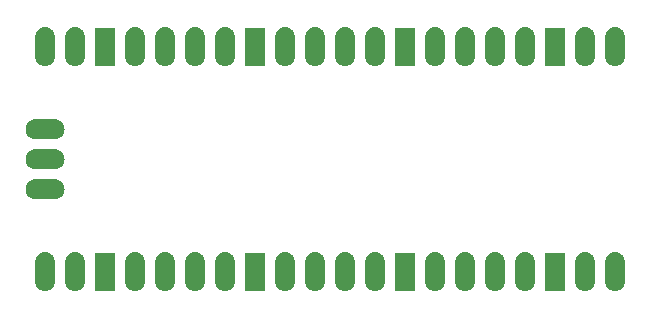
<source format=gbs>
G04 Layer: BottomSolderMaskLayer*
G04 EasyEDA v6.5.20, 2023-08-22 23:15:59*
G04 a67cddfb3fce44daa9051d46cbbcc19f,10*
G04 Gerber Generator version 0.2*
G04 Scale: 100 percent, Rotated: No, Reflected: No *
G04 Dimensions in millimeters *
G04 leading zeros omitted , absolute positions ,4 integer and 5 decimal *
%FSLAX45Y45*%
%MOMM*%

%AMMACRO1*4,1,4,-0.8509,-1.6497,-0.8509,1.6497,0.8509,1.6497,0.8509,-1.6497,-0.8509,-1.6497,0*%
%ADD10MACRO1*%

%LPD*%
G36*
X5813043Y3287521D02*
G01*
X5802629Y3288029D01*
X5792724Y3289807D01*
X5782818Y3292855D01*
X5773420Y3297173D01*
X5764784Y3302507D01*
X5756656Y3308857D01*
X5749290Y3315970D01*
X5742940Y3324097D01*
X5737606Y3332987D01*
X5733541Y3342386D01*
X5730493Y3352037D01*
X5728461Y3362197D01*
X5727954Y3372357D01*
X5727954Y3532631D01*
X5728461Y3542792D01*
X5730493Y3552952D01*
X5733541Y3562604D01*
X5737606Y3572002D01*
X5742940Y3580892D01*
X5749290Y3589020D01*
X5756656Y3596131D01*
X5764784Y3602481D01*
X5773420Y3607815D01*
X5782818Y3612134D01*
X5792724Y3615181D01*
X5802629Y3616960D01*
X5813043Y3617468D01*
X5823204Y3616960D01*
X5833363Y3615181D01*
X5843270Y3612134D01*
X5852413Y3607815D01*
X5861304Y3602481D01*
X5869431Y3596131D01*
X5876543Y3589020D01*
X5882893Y3580892D01*
X5888227Y3572002D01*
X5892545Y3562604D01*
X5895593Y3552952D01*
X5897372Y3542792D01*
X5898134Y3532631D01*
X5898134Y3372357D01*
X5897372Y3362197D01*
X5895593Y3352037D01*
X5892545Y3342386D01*
X5888227Y3332987D01*
X5882893Y3324097D01*
X5876543Y3315970D01*
X5869431Y3308857D01*
X5861304Y3302507D01*
X5852668Y3297173D01*
X5843270Y3292855D01*
X5833363Y3289807D01*
X5823204Y3288029D01*
G37*
G36*
X5559043Y3287521D02*
G01*
X5548629Y3288029D01*
X5538724Y3289807D01*
X5528818Y3292855D01*
X5519420Y3297173D01*
X5510784Y3302507D01*
X5502656Y3308857D01*
X5495290Y3315970D01*
X5488940Y3324097D01*
X5483606Y3332987D01*
X5479541Y3342386D01*
X5476493Y3352037D01*
X5474461Y3362197D01*
X5473954Y3372357D01*
X5473954Y3532631D01*
X5474461Y3542792D01*
X5476493Y3552952D01*
X5479541Y3562604D01*
X5483606Y3572002D01*
X5488940Y3580892D01*
X5495290Y3589020D01*
X5502656Y3596131D01*
X5510784Y3602481D01*
X5519420Y3607815D01*
X5528818Y3612134D01*
X5538724Y3615181D01*
X5548629Y3616960D01*
X5559043Y3617468D01*
X5569204Y3616960D01*
X5579363Y3615181D01*
X5589270Y3612134D01*
X5598413Y3607815D01*
X5607304Y3602481D01*
X5615431Y3596131D01*
X5622543Y3589020D01*
X5628893Y3580892D01*
X5634227Y3572002D01*
X5638545Y3562604D01*
X5641593Y3552952D01*
X5643372Y3542792D01*
X5644134Y3532631D01*
X5644134Y3372357D01*
X5643372Y3362197D01*
X5641593Y3352037D01*
X5638545Y3342386D01*
X5634227Y3332987D01*
X5628893Y3324097D01*
X5622543Y3315970D01*
X5615431Y3308857D01*
X5607304Y3302507D01*
X5598668Y3297173D01*
X5589270Y3292855D01*
X5579363Y3289807D01*
X5569204Y3288029D01*
G37*
D10*
G01*
X5305044Y3452494D03*
G36*
X5051043Y3287521D02*
G01*
X5040629Y3288029D01*
X5030724Y3289807D01*
X5020818Y3292855D01*
X5011420Y3297173D01*
X5002784Y3302507D01*
X4994656Y3308857D01*
X4987290Y3315970D01*
X4980940Y3324097D01*
X4975606Y3332987D01*
X4971541Y3342386D01*
X4968493Y3352037D01*
X4966461Y3362197D01*
X4965954Y3372357D01*
X4965954Y3532631D01*
X4966461Y3542792D01*
X4968493Y3552952D01*
X4971541Y3562604D01*
X4975606Y3572002D01*
X4980940Y3580892D01*
X4987290Y3589020D01*
X4994656Y3596131D01*
X5002784Y3602481D01*
X5011420Y3607815D01*
X5020818Y3612134D01*
X5030724Y3615181D01*
X5040629Y3616960D01*
X5051043Y3617468D01*
X5061204Y3616960D01*
X5071363Y3615181D01*
X5081270Y3612134D01*
X5090413Y3607815D01*
X5099304Y3602481D01*
X5107431Y3596131D01*
X5114543Y3589020D01*
X5120893Y3580892D01*
X5126227Y3572002D01*
X5130545Y3562604D01*
X5133593Y3552952D01*
X5135372Y3542792D01*
X5136134Y3532631D01*
X5136134Y3372357D01*
X5135372Y3362197D01*
X5133593Y3352037D01*
X5130545Y3342386D01*
X5126227Y3332987D01*
X5120893Y3324097D01*
X5114543Y3315970D01*
X5107431Y3308857D01*
X5099304Y3302507D01*
X5090668Y3297173D01*
X5081270Y3292855D01*
X5071363Y3289807D01*
X5061204Y3288029D01*
G37*
G36*
X4797043Y3287521D02*
G01*
X4786629Y3288029D01*
X4776724Y3289807D01*
X4766818Y3292855D01*
X4757420Y3297173D01*
X4748784Y3302507D01*
X4740656Y3308857D01*
X4733290Y3315970D01*
X4726940Y3324097D01*
X4721606Y3332987D01*
X4717541Y3342386D01*
X4714493Y3352037D01*
X4712461Y3362197D01*
X4711954Y3372357D01*
X4711954Y3532631D01*
X4712461Y3542792D01*
X4714493Y3552952D01*
X4717541Y3562604D01*
X4721606Y3572002D01*
X4726940Y3580892D01*
X4733290Y3589020D01*
X4740656Y3596131D01*
X4748784Y3602481D01*
X4757420Y3607815D01*
X4766818Y3612134D01*
X4776724Y3615181D01*
X4786629Y3616960D01*
X4797043Y3617468D01*
X4807204Y3616960D01*
X4817363Y3615181D01*
X4827270Y3612134D01*
X4836413Y3607815D01*
X4845304Y3602481D01*
X4853431Y3596131D01*
X4860543Y3589020D01*
X4866893Y3580892D01*
X4872227Y3572002D01*
X4876545Y3562604D01*
X4879593Y3552952D01*
X4881372Y3542792D01*
X4882134Y3532631D01*
X4882134Y3372357D01*
X4881372Y3362197D01*
X4879593Y3352037D01*
X4876545Y3342386D01*
X4872227Y3332987D01*
X4866893Y3324097D01*
X4860543Y3315970D01*
X4853431Y3308857D01*
X4845304Y3302507D01*
X4836668Y3297173D01*
X4827270Y3292855D01*
X4817363Y3289807D01*
X4807204Y3288029D01*
G37*
G36*
X4543043Y3287521D02*
G01*
X4532629Y3288029D01*
X4522724Y3289807D01*
X4512818Y3292855D01*
X4503420Y3297173D01*
X4494784Y3302507D01*
X4486656Y3308857D01*
X4479290Y3315970D01*
X4472940Y3324097D01*
X4467606Y3332987D01*
X4463541Y3342386D01*
X4460493Y3352037D01*
X4458461Y3362197D01*
X4457954Y3372357D01*
X4457954Y3532631D01*
X4458461Y3542792D01*
X4460493Y3552952D01*
X4463541Y3562604D01*
X4467606Y3572002D01*
X4472940Y3580892D01*
X4479290Y3589020D01*
X4486656Y3596131D01*
X4494784Y3602481D01*
X4503420Y3607815D01*
X4512818Y3612134D01*
X4522724Y3615181D01*
X4532629Y3616960D01*
X4543043Y3617468D01*
X4553204Y3616960D01*
X4563363Y3615181D01*
X4573270Y3612134D01*
X4582413Y3607815D01*
X4591304Y3602481D01*
X4599431Y3596131D01*
X4606543Y3589020D01*
X4612893Y3580892D01*
X4618227Y3572002D01*
X4622545Y3562604D01*
X4625593Y3552952D01*
X4627372Y3542792D01*
X4628134Y3532631D01*
X4628134Y3372357D01*
X4627372Y3362197D01*
X4625593Y3352037D01*
X4622545Y3342386D01*
X4618227Y3332987D01*
X4612893Y3324097D01*
X4606543Y3315970D01*
X4599431Y3308857D01*
X4591304Y3302507D01*
X4582668Y3297173D01*
X4573270Y3292855D01*
X4563363Y3289807D01*
X4553204Y3288029D01*
G37*
G36*
X4289043Y3287521D02*
G01*
X4278629Y3288029D01*
X4268724Y3289807D01*
X4258818Y3292855D01*
X4249420Y3297173D01*
X4240784Y3302507D01*
X4232656Y3308857D01*
X4225290Y3315970D01*
X4218940Y3324097D01*
X4213606Y3332987D01*
X4209541Y3342386D01*
X4206493Y3352037D01*
X4204461Y3362197D01*
X4203954Y3372357D01*
X4203954Y3532631D01*
X4204461Y3542792D01*
X4206493Y3552952D01*
X4209541Y3562604D01*
X4213606Y3572002D01*
X4218940Y3580892D01*
X4225290Y3589020D01*
X4232656Y3596131D01*
X4240784Y3602481D01*
X4249420Y3607815D01*
X4258818Y3612134D01*
X4268724Y3615181D01*
X4278629Y3616960D01*
X4289043Y3617468D01*
X4299204Y3616960D01*
X4309363Y3615181D01*
X4319270Y3612134D01*
X4328413Y3607815D01*
X4337304Y3602481D01*
X4345431Y3596131D01*
X4352543Y3589020D01*
X4358893Y3580892D01*
X4364227Y3572002D01*
X4368545Y3562604D01*
X4371593Y3552952D01*
X4373372Y3542792D01*
X4374134Y3532631D01*
X4374134Y3372357D01*
X4373372Y3362197D01*
X4371593Y3352037D01*
X4368545Y3342386D01*
X4364227Y3332987D01*
X4358893Y3324097D01*
X4352543Y3315970D01*
X4345431Y3308857D01*
X4337304Y3302507D01*
X4328668Y3297173D01*
X4319270Y3292855D01*
X4309363Y3289807D01*
X4299204Y3288029D01*
G37*
G01*
X4035044Y3452494D03*
G36*
X3781043Y3287521D02*
G01*
X3770629Y3288029D01*
X3760724Y3289807D01*
X3750818Y3292855D01*
X3741420Y3297173D01*
X3732784Y3302507D01*
X3724656Y3308857D01*
X3717290Y3315970D01*
X3710940Y3324097D01*
X3705606Y3332987D01*
X3701541Y3342386D01*
X3698493Y3352037D01*
X3696461Y3362197D01*
X3695954Y3372357D01*
X3695954Y3532631D01*
X3696461Y3542792D01*
X3698493Y3552952D01*
X3701541Y3562604D01*
X3705606Y3572002D01*
X3710940Y3580892D01*
X3717290Y3589020D01*
X3724656Y3596131D01*
X3732784Y3602481D01*
X3741420Y3607815D01*
X3750818Y3612134D01*
X3760724Y3615181D01*
X3770629Y3616960D01*
X3781043Y3617468D01*
X3791204Y3616960D01*
X3801363Y3615181D01*
X3811270Y3612134D01*
X3820413Y3607815D01*
X3829304Y3602481D01*
X3837431Y3596131D01*
X3844543Y3589020D01*
X3850893Y3580892D01*
X3856227Y3572002D01*
X3860545Y3562604D01*
X3863593Y3552952D01*
X3865372Y3542792D01*
X3866134Y3532631D01*
X3866134Y3372357D01*
X3865372Y3362197D01*
X3863593Y3352037D01*
X3860545Y3342386D01*
X3856227Y3332987D01*
X3850893Y3324097D01*
X3844543Y3315970D01*
X3837431Y3308857D01*
X3829304Y3302507D01*
X3820668Y3297173D01*
X3811270Y3292855D01*
X3801363Y3289807D01*
X3791204Y3288029D01*
G37*
G36*
X3527043Y3287521D02*
G01*
X3516629Y3288029D01*
X3506724Y3289807D01*
X3496818Y3292855D01*
X3487420Y3297173D01*
X3478784Y3302507D01*
X3470656Y3308857D01*
X3463290Y3315970D01*
X3456940Y3324097D01*
X3451606Y3332987D01*
X3447541Y3342386D01*
X3444493Y3352037D01*
X3442461Y3362197D01*
X3441954Y3372357D01*
X3441954Y3532631D01*
X3442461Y3542792D01*
X3444493Y3552952D01*
X3447541Y3562604D01*
X3451606Y3572002D01*
X3456940Y3580892D01*
X3463290Y3589020D01*
X3470656Y3596131D01*
X3478784Y3602481D01*
X3487420Y3607815D01*
X3496818Y3612134D01*
X3506724Y3615181D01*
X3516629Y3616960D01*
X3527043Y3617468D01*
X3537204Y3616960D01*
X3547363Y3615181D01*
X3557270Y3612134D01*
X3566413Y3607815D01*
X3575304Y3602481D01*
X3583431Y3596131D01*
X3590543Y3589020D01*
X3596893Y3580892D01*
X3602227Y3572002D01*
X3606545Y3562604D01*
X3609593Y3552952D01*
X3611372Y3542792D01*
X3612134Y3532631D01*
X3612134Y3372357D01*
X3611372Y3362197D01*
X3609593Y3352037D01*
X3606545Y3342386D01*
X3602227Y3332987D01*
X3596893Y3324097D01*
X3590543Y3315970D01*
X3583431Y3308857D01*
X3575304Y3302507D01*
X3566668Y3297173D01*
X3557270Y3292855D01*
X3547363Y3289807D01*
X3537204Y3288029D01*
G37*
G36*
X3273043Y3287521D02*
G01*
X3262629Y3288029D01*
X3252724Y3289807D01*
X3242818Y3292855D01*
X3233420Y3297173D01*
X3224784Y3302507D01*
X3216656Y3308857D01*
X3209290Y3315970D01*
X3202940Y3324097D01*
X3197606Y3332987D01*
X3193541Y3342386D01*
X3190493Y3352037D01*
X3188461Y3362197D01*
X3187954Y3372357D01*
X3187954Y3532631D01*
X3188461Y3542792D01*
X3190493Y3552952D01*
X3193541Y3562604D01*
X3197606Y3572002D01*
X3202940Y3580892D01*
X3209290Y3589020D01*
X3216656Y3596131D01*
X3224784Y3602481D01*
X3233420Y3607815D01*
X3242818Y3612134D01*
X3252724Y3615181D01*
X3262629Y3616960D01*
X3273043Y3617468D01*
X3283204Y3616960D01*
X3293363Y3615181D01*
X3303270Y3612134D01*
X3312413Y3607815D01*
X3321304Y3602481D01*
X3329431Y3596131D01*
X3336797Y3589020D01*
X3342893Y3580892D01*
X3348227Y3572002D01*
X3352545Y3562604D01*
X3355593Y3552952D01*
X3357372Y3542792D01*
X3358134Y3532631D01*
X3358134Y3372357D01*
X3357372Y3362197D01*
X3355593Y3352037D01*
X3352545Y3342386D01*
X3348227Y3332987D01*
X3342893Y3324097D01*
X3336797Y3315970D01*
X3329431Y3308857D01*
X3321304Y3302507D01*
X3312668Y3297173D01*
X3303270Y3292855D01*
X3293363Y3289807D01*
X3283204Y3288029D01*
G37*
G36*
X3019043Y3287521D02*
G01*
X3008629Y3288029D01*
X2998724Y3289807D01*
X2988818Y3292855D01*
X2979420Y3297173D01*
X2970784Y3302507D01*
X2962656Y3308857D01*
X2955290Y3315970D01*
X2948940Y3324097D01*
X2943606Y3332987D01*
X2939541Y3342386D01*
X2936493Y3352037D01*
X2934461Y3362197D01*
X2933954Y3372357D01*
X2933954Y3532631D01*
X2934461Y3542792D01*
X2936493Y3552952D01*
X2939541Y3562604D01*
X2943606Y3572002D01*
X2948940Y3580892D01*
X2955290Y3589020D01*
X2962656Y3596131D01*
X2970784Y3602481D01*
X2979420Y3607815D01*
X2988818Y3612134D01*
X2998724Y3615181D01*
X3008629Y3616960D01*
X3019043Y3617468D01*
X3029204Y3616960D01*
X3039363Y3615181D01*
X3049270Y3612134D01*
X3058413Y3607815D01*
X3067304Y3602481D01*
X3075431Y3596131D01*
X3082797Y3589020D01*
X3088893Y3580892D01*
X3094227Y3572002D01*
X3098545Y3562604D01*
X3101593Y3552952D01*
X3103372Y3542792D01*
X3104134Y3532631D01*
X3104134Y3372357D01*
X3103372Y3362197D01*
X3101593Y3352037D01*
X3098545Y3342386D01*
X3094227Y3332987D01*
X3088893Y3324097D01*
X3082797Y3315970D01*
X3075431Y3308857D01*
X3067304Y3302507D01*
X3058668Y3297173D01*
X3049270Y3292855D01*
X3039363Y3289807D01*
X3029204Y3288029D01*
G37*
G01*
X2765044Y3452494D03*
G36*
X2511043Y3287521D02*
G01*
X2500629Y3288029D01*
X2490724Y3289807D01*
X2480818Y3292855D01*
X2471420Y3297173D01*
X2462784Y3302507D01*
X2454656Y3308857D01*
X2447290Y3315970D01*
X2440940Y3324097D01*
X2435606Y3332987D01*
X2431541Y3342386D01*
X2428493Y3352037D01*
X2426461Y3362197D01*
X2425954Y3372357D01*
X2425954Y3532631D01*
X2426461Y3542792D01*
X2428493Y3552952D01*
X2431541Y3562604D01*
X2435606Y3572002D01*
X2440940Y3580892D01*
X2447290Y3589020D01*
X2454656Y3596131D01*
X2462784Y3602481D01*
X2471420Y3607815D01*
X2480818Y3612134D01*
X2490724Y3615181D01*
X2500629Y3616960D01*
X2511043Y3617468D01*
X2521204Y3616960D01*
X2531363Y3615181D01*
X2541270Y3612134D01*
X2550413Y3607815D01*
X2559304Y3602481D01*
X2567431Y3596131D01*
X2574797Y3589020D01*
X2580893Y3580892D01*
X2586227Y3572002D01*
X2590545Y3562604D01*
X2593593Y3552952D01*
X2595372Y3542792D01*
X2596134Y3532631D01*
X2596134Y3372357D01*
X2595372Y3362197D01*
X2593593Y3352037D01*
X2590545Y3342386D01*
X2586227Y3332987D01*
X2580893Y3324097D01*
X2574797Y3315970D01*
X2567431Y3308857D01*
X2559304Y3302507D01*
X2550668Y3297173D01*
X2541270Y3292855D01*
X2531363Y3289807D01*
X2521204Y3288029D01*
G37*
G36*
X2257043Y3287521D02*
G01*
X2246629Y3288029D01*
X2236724Y3289807D01*
X2226818Y3292855D01*
X2217420Y3297173D01*
X2208529Y3302507D01*
X2200656Y3308857D01*
X2193290Y3315970D01*
X2186940Y3324097D01*
X2181606Y3332987D01*
X2177541Y3342386D01*
X2174493Y3352037D01*
X2172461Y3362197D01*
X2171954Y3372357D01*
X2171954Y3532631D01*
X2172461Y3542792D01*
X2174493Y3552952D01*
X2177541Y3562604D01*
X2181606Y3572002D01*
X2186940Y3580892D01*
X2193290Y3589020D01*
X2200656Y3596131D01*
X2208784Y3602481D01*
X2217420Y3607815D01*
X2226818Y3612134D01*
X2236724Y3615181D01*
X2246629Y3616960D01*
X2257043Y3617468D01*
X2267204Y3616960D01*
X2277363Y3615181D01*
X2287270Y3612134D01*
X2296413Y3607815D01*
X2305304Y3602481D01*
X2313431Y3596131D01*
X2320797Y3589020D01*
X2326893Y3580892D01*
X2332227Y3572002D01*
X2336545Y3562604D01*
X2339593Y3552952D01*
X2341372Y3542792D01*
X2342134Y3532631D01*
X2342134Y3372357D01*
X2341372Y3362197D01*
X2339593Y3352037D01*
X2336545Y3342386D01*
X2332227Y3332987D01*
X2326893Y3324097D01*
X2320797Y3315970D01*
X2313431Y3308857D01*
X2305304Y3302507D01*
X2296668Y3297173D01*
X2287270Y3292855D01*
X2277363Y3289807D01*
X2267204Y3288029D01*
G37*
G36*
X2003043Y3287521D02*
G01*
X1992629Y3288029D01*
X1982724Y3289807D01*
X1972818Y3292855D01*
X1963420Y3297173D01*
X1954529Y3302507D01*
X1946656Y3308857D01*
X1939290Y3315970D01*
X1932940Y3324097D01*
X1927605Y3332987D01*
X1923542Y3342386D01*
X1920494Y3352037D01*
X1918462Y3362197D01*
X1917954Y3372357D01*
X1917954Y3532631D01*
X1918462Y3542792D01*
X1920494Y3552952D01*
X1923542Y3562604D01*
X1927605Y3572002D01*
X1932940Y3580892D01*
X1939290Y3589020D01*
X1946656Y3596131D01*
X1954784Y3602481D01*
X1963420Y3607815D01*
X1972818Y3612134D01*
X1982724Y3615181D01*
X1992629Y3616960D01*
X2003043Y3617468D01*
X2013204Y3616960D01*
X2023363Y3615181D01*
X2033270Y3612134D01*
X2042413Y3607815D01*
X2051304Y3602481D01*
X2059431Y3596131D01*
X2066797Y3589020D01*
X2072893Y3580892D01*
X2078227Y3572002D01*
X2082545Y3562604D01*
X2085593Y3552952D01*
X2087372Y3542792D01*
X2088134Y3532631D01*
X2088134Y3372357D01*
X2087372Y3362197D01*
X2085593Y3352037D01*
X2082545Y3342386D01*
X2078227Y3332987D01*
X2072893Y3324097D01*
X2066797Y3315970D01*
X2059431Y3308857D01*
X2051304Y3302507D01*
X2042668Y3297173D01*
X2033270Y3292855D01*
X2023363Y3289807D01*
X2013204Y3288029D01*
G37*
G36*
X1749044Y3287521D02*
G01*
X1738629Y3288029D01*
X1728723Y3289807D01*
X1718818Y3292855D01*
X1709420Y3297173D01*
X1700529Y3302507D01*
X1692655Y3308857D01*
X1685289Y3315970D01*
X1678939Y3324097D01*
X1673605Y3332987D01*
X1669542Y3342386D01*
X1666494Y3352037D01*
X1664462Y3362197D01*
X1663954Y3372357D01*
X1663954Y3532631D01*
X1664462Y3542792D01*
X1666494Y3552952D01*
X1669542Y3562604D01*
X1673605Y3572002D01*
X1678939Y3580892D01*
X1685289Y3589020D01*
X1692655Y3596131D01*
X1700784Y3602481D01*
X1709420Y3607815D01*
X1718818Y3612134D01*
X1728723Y3615181D01*
X1738629Y3616960D01*
X1749044Y3617468D01*
X1759204Y3616960D01*
X1769363Y3615181D01*
X1779270Y3612134D01*
X1788413Y3607815D01*
X1797304Y3602481D01*
X1805431Y3596131D01*
X1812797Y3589020D01*
X1818894Y3580892D01*
X1824228Y3572002D01*
X1828545Y3562604D01*
X1831594Y3552952D01*
X1833371Y3542792D01*
X1834134Y3532631D01*
X1834134Y3372357D01*
X1833371Y3362197D01*
X1831594Y3352037D01*
X1828545Y3342386D01*
X1824228Y3332987D01*
X1818894Y3324097D01*
X1812797Y3315970D01*
X1805431Y3308857D01*
X1797304Y3302507D01*
X1788668Y3297173D01*
X1779270Y3292855D01*
X1769363Y3289807D01*
X1759204Y3288029D01*
G37*
G01*
X1495044Y3452494D03*
G36*
X1241044Y3287521D02*
G01*
X1230884Y3288029D01*
X1220723Y3289807D01*
X1210818Y3292855D01*
X1201420Y3297173D01*
X1192529Y3302507D01*
X1184655Y3308857D01*
X1177289Y3315970D01*
X1170939Y3324097D01*
X1165605Y3332987D01*
X1161542Y3342386D01*
X1158494Y3352037D01*
X1156462Y3362197D01*
X1155954Y3372357D01*
X1155954Y3532631D01*
X1156462Y3542792D01*
X1158494Y3552952D01*
X1161542Y3562604D01*
X1165605Y3572002D01*
X1170939Y3580892D01*
X1177289Y3589020D01*
X1184655Y3596131D01*
X1192784Y3602481D01*
X1201420Y3607815D01*
X1210818Y3612134D01*
X1220723Y3615181D01*
X1230884Y3616960D01*
X1241044Y3617468D01*
X1251204Y3616960D01*
X1261363Y3615181D01*
X1271270Y3612134D01*
X1280413Y3607815D01*
X1289304Y3602481D01*
X1297431Y3596131D01*
X1304797Y3589020D01*
X1310894Y3580892D01*
X1316228Y3572002D01*
X1320545Y3562604D01*
X1323594Y3552952D01*
X1325371Y3542792D01*
X1326134Y3532631D01*
X1326134Y3372357D01*
X1325371Y3362197D01*
X1323594Y3352037D01*
X1320545Y3342386D01*
X1316228Y3332987D01*
X1310894Y3324097D01*
X1304797Y3315970D01*
X1297431Y3308857D01*
X1289304Y3302507D01*
X1280668Y3297173D01*
X1271270Y3292855D01*
X1261363Y3289807D01*
X1251204Y3288029D01*
G37*
G36*
X987044Y3287521D02*
G01*
X976884Y3288029D01*
X966723Y3289807D01*
X956818Y3292855D01*
X947420Y3297173D01*
X938529Y3302507D01*
X930655Y3308857D01*
X923289Y3315970D01*
X916939Y3324097D01*
X911605Y3332987D01*
X907542Y3342386D01*
X904494Y3352037D01*
X902462Y3362197D01*
X901954Y3372357D01*
X901954Y3532631D01*
X902462Y3542792D01*
X904494Y3552952D01*
X907542Y3562604D01*
X911605Y3572002D01*
X916939Y3580892D01*
X923289Y3589020D01*
X930655Y3596131D01*
X938784Y3602481D01*
X947420Y3607815D01*
X956818Y3612134D01*
X966723Y3615181D01*
X976884Y3616960D01*
X987044Y3617468D01*
X997204Y3616960D01*
X1007363Y3615181D01*
X1017270Y3612134D01*
X1026413Y3607815D01*
X1035304Y3602481D01*
X1043431Y3596131D01*
X1050797Y3589020D01*
X1056894Y3580892D01*
X1062228Y3572002D01*
X1066545Y3562604D01*
X1069594Y3552952D01*
X1071371Y3542792D01*
X1072134Y3532631D01*
X1072134Y3372357D01*
X1071371Y3362197D01*
X1069594Y3352037D01*
X1066545Y3342386D01*
X1062228Y3332987D01*
X1056894Y3324097D01*
X1050797Y3315970D01*
X1043431Y3308857D01*
X1035304Y3302507D01*
X1026668Y3297173D01*
X1017270Y3292855D01*
X1007363Y3289807D01*
X997204Y3288029D01*
G37*
G36*
X987044Y1382521D02*
G01*
X976884Y1383029D01*
X966723Y1384807D01*
X956818Y1387855D01*
X947420Y1392173D01*
X938784Y1397507D01*
X930655Y1403857D01*
X923289Y1410970D01*
X916939Y1419097D01*
X911605Y1427987D01*
X907542Y1437386D01*
X904494Y1447037D01*
X902462Y1457197D01*
X901954Y1467357D01*
X901954Y1627631D01*
X902462Y1637792D01*
X904494Y1647952D01*
X907542Y1657604D01*
X911605Y1667002D01*
X916939Y1675892D01*
X923289Y1684020D01*
X930655Y1691131D01*
X938529Y1697481D01*
X947420Y1702815D01*
X956818Y1707134D01*
X966723Y1710181D01*
X976884Y1711960D01*
X987044Y1712468D01*
X997204Y1711960D01*
X1007363Y1710181D01*
X1017270Y1707134D01*
X1026668Y1702815D01*
X1035304Y1697481D01*
X1043431Y1691131D01*
X1050797Y1684020D01*
X1056894Y1675892D01*
X1062228Y1667002D01*
X1066545Y1657604D01*
X1069594Y1647952D01*
X1071371Y1637792D01*
X1072134Y1627631D01*
X1072134Y1467357D01*
X1071371Y1457197D01*
X1069594Y1447037D01*
X1066545Y1437386D01*
X1062228Y1427987D01*
X1056894Y1419097D01*
X1050797Y1410970D01*
X1043431Y1403857D01*
X1035304Y1397507D01*
X1026413Y1392173D01*
X1017270Y1387855D01*
X1007363Y1384807D01*
X997204Y1383029D01*
G37*
G36*
X1241044Y1382521D02*
G01*
X1230884Y1383029D01*
X1220723Y1384807D01*
X1210818Y1387855D01*
X1201420Y1392173D01*
X1192784Y1397507D01*
X1184655Y1403857D01*
X1177289Y1410970D01*
X1170939Y1419097D01*
X1165605Y1427987D01*
X1161542Y1437386D01*
X1158494Y1447037D01*
X1156462Y1457197D01*
X1155954Y1467357D01*
X1155954Y1627631D01*
X1156462Y1637792D01*
X1158494Y1647952D01*
X1161542Y1657604D01*
X1165605Y1667002D01*
X1170939Y1675892D01*
X1177289Y1684020D01*
X1184655Y1691131D01*
X1192529Y1697481D01*
X1201420Y1702815D01*
X1210818Y1707134D01*
X1220723Y1710181D01*
X1230884Y1711960D01*
X1241044Y1712468D01*
X1251204Y1711960D01*
X1261363Y1710181D01*
X1271270Y1707134D01*
X1280668Y1702815D01*
X1289304Y1697481D01*
X1297431Y1691131D01*
X1304797Y1684020D01*
X1310894Y1675892D01*
X1316228Y1667002D01*
X1320545Y1657604D01*
X1323594Y1647952D01*
X1325371Y1637792D01*
X1326134Y1627631D01*
X1326134Y1467357D01*
X1325371Y1457197D01*
X1323594Y1447037D01*
X1320545Y1437386D01*
X1316228Y1427987D01*
X1310894Y1419097D01*
X1304797Y1410970D01*
X1297431Y1403857D01*
X1289304Y1397507D01*
X1280413Y1392173D01*
X1271270Y1387855D01*
X1261363Y1384807D01*
X1251204Y1383029D01*
G37*
G01*
X1495044Y1547494D03*
G36*
X1749044Y1382521D02*
G01*
X1738629Y1383029D01*
X1728723Y1384807D01*
X1718818Y1387855D01*
X1709420Y1392173D01*
X1700784Y1397507D01*
X1692655Y1403857D01*
X1685289Y1410970D01*
X1678939Y1419097D01*
X1673605Y1427987D01*
X1669542Y1437386D01*
X1666494Y1447037D01*
X1664462Y1457197D01*
X1663954Y1467357D01*
X1663954Y1627631D01*
X1664462Y1637792D01*
X1666494Y1647952D01*
X1669542Y1657604D01*
X1673605Y1667002D01*
X1678939Y1675892D01*
X1685289Y1684020D01*
X1692655Y1691131D01*
X1700529Y1697481D01*
X1709420Y1702815D01*
X1718818Y1707134D01*
X1728723Y1710181D01*
X1738629Y1711960D01*
X1749044Y1712468D01*
X1759204Y1711960D01*
X1769363Y1710181D01*
X1779270Y1707134D01*
X1788668Y1702815D01*
X1797304Y1697481D01*
X1805431Y1691131D01*
X1812797Y1684020D01*
X1818894Y1675892D01*
X1824228Y1667002D01*
X1828545Y1657604D01*
X1831594Y1647952D01*
X1833371Y1637792D01*
X1834134Y1627631D01*
X1834134Y1467357D01*
X1833371Y1457197D01*
X1831594Y1447037D01*
X1828545Y1437386D01*
X1824228Y1427987D01*
X1818894Y1419097D01*
X1812797Y1410970D01*
X1805431Y1403857D01*
X1797304Y1397507D01*
X1788413Y1392173D01*
X1779270Y1387855D01*
X1769363Y1384807D01*
X1759204Y1383029D01*
G37*
G36*
X2003043Y1382521D02*
G01*
X1992629Y1383029D01*
X1982724Y1384807D01*
X1972818Y1387855D01*
X1963420Y1392173D01*
X1954784Y1397507D01*
X1946656Y1403857D01*
X1939290Y1410970D01*
X1932940Y1419097D01*
X1927605Y1427987D01*
X1923542Y1437386D01*
X1920494Y1447037D01*
X1918462Y1457197D01*
X1917954Y1467357D01*
X1917954Y1627631D01*
X1918462Y1637792D01*
X1920494Y1647952D01*
X1923542Y1657604D01*
X1927605Y1667002D01*
X1932940Y1675892D01*
X1939290Y1684020D01*
X1946656Y1691131D01*
X1954529Y1697481D01*
X1963420Y1702815D01*
X1972818Y1707134D01*
X1982724Y1710181D01*
X1992629Y1711960D01*
X2003043Y1712468D01*
X2013204Y1711960D01*
X2023363Y1710181D01*
X2033270Y1707134D01*
X2042668Y1702815D01*
X2051304Y1697481D01*
X2059431Y1691131D01*
X2066797Y1684020D01*
X2072893Y1675892D01*
X2078227Y1667002D01*
X2082545Y1657604D01*
X2085593Y1647952D01*
X2087372Y1637792D01*
X2088134Y1627631D01*
X2088134Y1467357D01*
X2087372Y1457197D01*
X2085593Y1447037D01*
X2082545Y1437386D01*
X2078227Y1427987D01*
X2072893Y1419097D01*
X2066797Y1410970D01*
X2059431Y1403857D01*
X2051304Y1397507D01*
X2042413Y1392173D01*
X2033270Y1387855D01*
X2023363Y1384807D01*
X2013204Y1383029D01*
G37*
G36*
X2257043Y1382521D02*
G01*
X2246629Y1383029D01*
X2236724Y1384807D01*
X2226818Y1387855D01*
X2217420Y1392173D01*
X2208784Y1397507D01*
X2200656Y1403857D01*
X2193290Y1410970D01*
X2186940Y1419097D01*
X2181606Y1427987D01*
X2177541Y1437386D01*
X2174493Y1447037D01*
X2172461Y1457197D01*
X2171954Y1467357D01*
X2171954Y1627631D01*
X2172461Y1637792D01*
X2174493Y1647952D01*
X2177541Y1657604D01*
X2181606Y1667002D01*
X2186940Y1675892D01*
X2193290Y1684020D01*
X2200656Y1691131D01*
X2208529Y1697481D01*
X2217420Y1702815D01*
X2226818Y1707134D01*
X2236724Y1710181D01*
X2246629Y1711960D01*
X2257043Y1712468D01*
X2267204Y1711960D01*
X2277363Y1710181D01*
X2287270Y1707134D01*
X2296668Y1702815D01*
X2305304Y1697481D01*
X2313431Y1691131D01*
X2320797Y1684020D01*
X2326893Y1675892D01*
X2332227Y1667002D01*
X2336545Y1657604D01*
X2339593Y1647952D01*
X2341372Y1637792D01*
X2342134Y1627631D01*
X2342134Y1467357D01*
X2341372Y1457197D01*
X2339593Y1447037D01*
X2336545Y1437386D01*
X2332227Y1427987D01*
X2326893Y1419097D01*
X2320797Y1410970D01*
X2313431Y1403857D01*
X2305304Y1397507D01*
X2296413Y1392173D01*
X2287270Y1387855D01*
X2277363Y1384807D01*
X2267204Y1383029D01*
G37*
G36*
X2511043Y1382521D02*
G01*
X2500629Y1383029D01*
X2490724Y1384807D01*
X2480818Y1387855D01*
X2471420Y1392173D01*
X2462784Y1397507D01*
X2454656Y1403857D01*
X2447290Y1410970D01*
X2440940Y1419097D01*
X2435606Y1427987D01*
X2431541Y1437386D01*
X2428493Y1447037D01*
X2426461Y1457197D01*
X2425954Y1467357D01*
X2425954Y1627631D01*
X2426461Y1637792D01*
X2428493Y1647952D01*
X2431541Y1657604D01*
X2435606Y1667002D01*
X2440940Y1675892D01*
X2447290Y1684020D01*
X2454656Y1691131D01*
X2462784Y1697481D01*
X2471420Y1702815D01*
X2480818Y1707134D01*
X2490724Y1710181D01*
X2500629Y1711960D01*
X2511043Y1712468D01*
X2521204Y1711960D01*
X2531363Y1710181D01*
X2541270Y1707134D01*
X2550668Y1702815D01*
X2559304Y1697481D01*
X2567431Y1691131D01*
X2574797Y1684020D01*
X2580893Y1675892D01*
X2586227Y1667002D01*
X2590545Y1657604D01*
X2593593Y1647952D01*
X2595372Y1637792D01*
X2596134Y1627631D01*
X2596134Y1467357D01*
X2595372Y1457197D01*
X2593593Y1447037D01*
X2590545Y1437386D01*
X2586227Y1427987D01*
X2580893Y1419097D01*
X2574797Y1410970D01*
X2567431Y1403857D01*
X2559304Y1397507D01*
X2550413Y1392173D01*
X2541270Y1387855D01*
X2531363Y1384807D01*
X2521204Y1383029D01*
G37*
G01*
X2765044Y1547494D03*
G36*
X3019043Y1382521D02*
G01*
X3008629Y1383029D01*
X2998724Y1384807D01*
X2988818Y1387855D01*
X2979420Y1392173D01*
X2970784Y1397507D01*
X2962656Y1403857D01*
X2955290Y1410970D01*
X2948940Y1419097D01*
X2943606Y1427987D01*
X2939541Y1437386D01*
X2936493Y1447037D01*
X2934461Y1457197D01*
X2933954Y1467357D01*
X2933954Y1627631D01*
X2934461Y1637792D01*
X2936493Y1647952D01*
X2939541Y1657604D01*
X2943606Y1667002D01*
X2948940Y1675892D01*
X2955290Y1684020D01*
X2962656Y1691131D01*
X2970784Y1697481D01*
X2979420Y1702815D01*
X2988818Y1707134D01*
X2998724Y1710181D01*
X3008629Y1711960D01*
X3019043Y1712468D01*
X3029204Y1711960D01*
X3039363Y1710181D01*
X3049270Y1707134D01*
X3058668Y1702815D01*
X3067304Y1697481D01*
X3075431Y1691131D01*
X3082797Y1684020D01*
X3088893Y1675892D01*
X3094227Y1667002D01*
X3098545Y1657604D01*
X3101593Y1647952D01*
X3103372Y1637792D01*
X3104134Y1627631D01*
X3104134Y1467357D01*
X3103372Y1457197D01*
X3101593Y1447037D01*
X3098545Y1437386D01*
X3094227Y1427987D01*
X3088893Y1419097D01*
X3082797Y1410970D01*
X3075431Y1403857D01*
X3067304Y1397507D01*
X3058413Y1392173D01*
X3049270Y1387855D01*
X3039363Y1384807D01*
X3029204Y1383029D01*
G37*
G36*
X3273043Y1382521D02*
G01*
X3262629Y1383029D01*
X3252724Y1384807D01*
X3242818Y1387855D01*
X3233420Y1392173D01*
X3224784Y1397507D01*
X3216656Y1403857D01*
X3209290Y1410970D01*
X3202940Y1419097D01*
X3197606Y1427987D01*
X3193541Y1437386D01*
X3190493Y1447037D01*
X3188461Y1457197D01*
X3187954Y1467357D01*
X3187954Y1627631D01*
X3188461Y1637792D01*
X3190493Y1647952D01*
X3193541Y1657604D01*
X3197606Y1667002D01*
X3202940Y1675892D01*
X3209290Y1684020D01*
X3216656Y1691131D01*
X3224784Y1697481D01*
X3233420Y1702815D01*
X3242818Y1707134D01*
X3252724Y1710181D01*
X3262629Y1711960D01*
X3273043Y1712468D01*
X3283204Y1711960D01*
X3293363Y1710181D01*
X3303270Y1707134D01*
X3312668Y1702815D01*
X3321304Y1697481D01*
X3329431Y1691131D01*
X3336797Y1684020D01*
X3342893Y1675892D01*
X3348227Y1667002D01*
X3352545Y1657604D01*
X3355593Y1647952D01*
X3357372Y1637792D01*
X3358134Y1627631D01*
X3358134Y1467357D01*
X3357372Y1457197D01*
X3355593Y1447037D01*
X3352545Y1437386D01*
X3348227Y1427987D01*
X3342893Y1419097D01*
X3336797Y1410970D01*
X3329431Y1403857D01*
X3321304Y1397507D01*
X3312413Y1392173D01*
X3303270Y1387855D01*
X3293363Y1384807D01*
X3283204Y1383029D01*
G37*
G36*
X3527043Y1382521D02*
G01*
X3516629Y1383029D01*
X3506724Y1384807D01*
X3496818Y1387855D01*
X3487420Y1392173D01*
X3478784Y1397507D01*
X3470656Y1403857D01*
X3463290Y1410970D01*
X3456940Y1419097D01*
X3451606Y1427987D01*
X3447541Y1437386D01*
X3444493Y1447037D01*
X3442461Y1457197D01*
X3441954Y1467357D01*
X3441954Y1627631D01*
X3442461Y1637792D01*
X3444493Y1647952D01*
X3447541Y1657604D01*
X3451606Y1667002D01*
X3456940Y1675892D01*
X3463290Y1684020D01*
X3470656Y1691131D01*
X3478784Y1697481D01*
X3487420Y1702815D01*
X3496818Y1707134D01*
X3506724Y1710181D01*
X3516629Y1711960D01*
X3527043Y1712468D01*
X3537204Y1711960D01*
X3547363Y1710181D01*
X3557270Y1707134D01*
X3566668Y1702815D01*
X3575304Y1697481D01*
X3583431Y1691131D01*
X3590543Y1684020D01*
X3596893Y1675892D01*
X3602227Y1667002D01*
X3606545Y1657604D01*
X3609593Y1647952D01*
X3611372Y1637792D01*
X3612134Y1627631D01*
X3612134Y1467357D01*
X3611372Y1457197D01*
X3609593Y1447037D01*
X3606545Y1437386D01*
X3602227Y1427987D01*
X3596893Y1419097D01*
X3590543Y1410970D01*
X3583431Y1403857D01*
X3575304Y1397507D01*
X3566413Y1392173D01*
X3557270Y1387855D01*
X3547363Y1384807D01*
X3537204Y1383029D01*
G37*
G36*
X3781043Y1382521D02*
G01*
X3770629Y1383029D01*
X3760724Y1384807D01*
X3750818Y1387855D01*
X3741420Y1392173D01*
X3732784Y1397507D01*
X3724656Y1403857D01*
X3717290Y1410970D01*
X3710940Y1419097D01*
X3705606Y1427987D01*
X3701541Y1437386D01*
X3698493Y1447037D01*
X3696461Y1457197D01*
X3695954Y1467357D01*
X3695954Y1627631D01*
X3696461Y1637792D01*
X3698493Y1647952D01*
X3701541Y1657604D01*
X3705606Y1667002D01*
X3710940Y1675892D01*
X3717290Y1684020D01*
X3724656Y1691131D01*
X3732784Y1697481D01*
X3741420Y1702815D01*
X3750818Y1707134D01*
X3760724Y1710181D01*
X3770629Y1711960D01*
X3781043Y1712468D01*
X3791204Y1711960D01*
X3801363Y1710181D01*
X3811270Y1707134D01*
X3820668Y1702815D01*
X3829304Y1697481D01*
X3837431Y1691131D01*
X3844543Y1684020D01*
X3850893Y1675892D01*
X3856227Y1667002D01*
X3860545Y1657604D01*
X3863593Y1647952D01*
X3865372Y1637792D01*
X3866134Y1627631D01*
X3866134Y1467357D01*
X3865372Y1457197D01*
X3863593Y1447037D01*
X3860545Y1437386D01*
X3856227Y1427987D01*
X3850893Y1419097D01*
X3844543Y1410970D01*
X3837431Y1403857D01*
X3829304Y1397507D01*
X3820413Y1392173D01*
X3811270Y1387855D01*
X3801363Y1384807D01*
X3791204Y1383029D01*
G37*
G01*
X4035044Y1547494D03*
G36*
X4289043Y1382521D02*
G01*
X4278629Y1383029D01*
X4268724Y1384807D01*
X4258818Y1387855D01*
X4249420Y1392173D01*
X4240784Y1397507D01*
X4232656Y1403857D01*
X4225290Y1410970D01*
X4218940Y1419097D01*
X4213606Y1427987D01*
X4209541Y1437386D01*
X4206493Y1447037D01*
X4204461Y1457197D01*
X4203954Y1467357D01*
X4203954Y1627631D01*
X4204461Y1637792D01*
X4206493Y1647952D01*
X4209541Y1657604D01*
X4213606Y1667002D01*
X4218940Y1675892D01*
X4225290Y1684020D01*
X4232656Y1691131D01*
X4240784Y1697481D01*
X4249420Y1702815D01*
X4258818Y1707134D01*
X4268724Y1710181D01*
X4278629Y1711960D01*
X4289043Y1712468D01*
X4299204Y1711960D01*
X4309363Y1710181D01*
X4319270Y1707134D01*
X4328668Y1702815D01*
X4337304Y1697481D01*
X4345431Y1691131D01*
X4352543Y1684020D01*
X4358893Y1675892D01*
X4364227Y1667002D01*
X4368545Y1657604D01*
X4371593Y1647952D01*
X4373372Y1637792D01*
X4374134Y1627631D01*
X4374134Y1467357D01*
X4373372Y1457197D01*
X4371593Y1447037D01*
X4368545Y1437386D01*
X4364227Y1427987D01*
X4358893Y1419097D01*
X4352543Y1410970D01*
X4345431Y1403857D01*
X4337304Y1397507D01*
X4328413Y1392173D01*
X4319270Y1387855D01*
X4309363Y1384807D01*
X4299204Y1383029D01*
G37*
G36*
X4543043Y1382521D02*
G01*
X4532629Y1383029D01*
X4522724Y1384807D01*
X4512818Y1387855D01*
X4503420Y1392173D01*
X4494784Y1397507D01*
X4486656Y1403857D01*
X4479290Y1410970D01*
X4472940Y1419097D01*
X4467606Y1427987D01*
X4463541Y1437386D01*
X4460493Y1447037D01*
X4458461Y1457197D01*
X4457954Y1467357D01*
X4457954Y1627631D01*
X4458461Y1637792D01*
X4460493Y1647952D01*
X4463541Y1657604D01*
X4467606Y1667002D01*
X4472940Y1675892D01*
X4479290Y1684020D01*
X4486656Y1691131D01*
X4494784Y1697481D01*
X4503420Y1702815D01*
X4512818Y1707134D01*
X4522724Y1710181D01*
X4532629Y1711960D01*
X4543043Y1712468D01*
X4553204Y1711960D01*
X4563363Y1710181D01*
X4573270Y1707134D01*
X4582668Y1702815D01*
X4591304Y1697481D01*
X4599431Y1691131D01*
X4606543Y1684020D01*
X4612893Y1675892D01*
X4618227Y1667002D01*
X4622545Y1657604D01*
X4625593Y1647952D01*
X4627372Y1637792D01*
X4628134Y1627631D01*
X4628134Y1467357D01*
X4627372Y1457197D01*
X4625593Y1447037D01*
X4622545Y1437386D01*
X4618227Y1427987D01*
X4612893Y1419097D01*
X4606543Y1410970D01*
X4599431Y1403857D01*
X4591304Y1397507D01*
X4582413Y1392173D01*
X4573270Y1387855D01*
X4563363Y1384807D01*
X4553204Y1383029D01*
G37*
G36*
X4797043Y1382521D02*
G01*
X4786629Y1383029D01*
X4776724Y1384807D01*
X4766818Y1387855D01*
X4757420Y1392173D01*
X4748784Y1397507D01*
X4740656Y1403857D01*
X4733290Y1410970D01*
X4726940Y1419097D01*
X4721606Y1427987D01*
X4717541Y1437386D01*
X4714493Y1447037D01*
X4712461Y1457197D01*
X4711954Y1467357D01*
X4711954Y1627631D01*
X4712461Y1637792D01*
X4714493Y1647952D01*
X4717541Y1657604D01*
X4721606Y1667002D01*
X4726940Y1675892D01*
X4733290Y1684020D01*
X4740656Y1691131D01*
X4748784Y1697481D01*
X4757420Y1702815D01*
X4766818Y1707134D01*
X4776724Y1710181D01*
X4786629Y1711960D01*
X4797043Y1712468D01*
X4807204Y1711960D01*
X4817363Y1710181D01*
X4827270Y1707134D01*
X4836668Y1702815D01*
X4845304Y1697481D01*
X4853431Y1691131D01*
X4860543Y1684020D01*
X4866893Y1675892D01*
X4872227Y1667002D01*
X4876545Y1657604D01*
X4879593Y1647952D01*
X4881372Y1637792D01*
X4882134Y1627631D01*
X4882134Y1467357D01*
X4881372Y1457197D01*
X4879593Y1447037D01*
X4876545Y1437386D01*
X4872227Y1427987D01*
X4866893Y1419097D01*
X4860543Y1410970D01*
X4853431Y1403857D01*
X4845304Y1397507D01*
X4836413Y1392173D01*
X4827270Y1387855D01*
X4817363Y1384807D01*
X4807204Y1383029D01*
G37*
G36*
X5051043Y1382521D02*
G01*
X5040629Y1383029D01*
X5030724Y1384807D01*
X5020818Y1387855D01*
X5011420Y1392173D01*
X5002784Y1397507D01*
X4994656Y1403857D01*
X4987290Y1410970D01*
X4980940Y1419097D01*
X4975606Y1427987D01*
X4971541Y1437386D01*
X4968493Y1447037D01*
X4966461Y1457197D01*
X4965954Y1467357D01*
X4965954Y1627631D01*
X4966461Y1637792D01*
X4968493Y1647952D01*
X4971541Y1657604D01*
X4975606Y1667002D01*
X4980940Y1675892D01*
X4987290Y1684020D01*
X4994656Y1691131D01*
X5002784Y1697481D01*
X5011420Y1702815D01*
X5020818Y1707134D01*
X5030724Y1710181D01*
X5040629Y1711960D01*
X5051043Y1712468D01*
X5061204Y1711960D01*
X5071363Y1710181D01*
X5081270Y1707134D01*
X5090668Y1702815D01*
X5099304Y1697481D01*
X5107431Y1691131D01*
X5114543Y1684020D01*
X5120893Y1675892D01*
X5126227Y1667002D01*
X5130545Y1657604D01*
X5133593Y1647952D01*
X5135372Y1637792D01*
X5136134Y1627631D01*
X5136134Y1467357D01*
X5135372Y1457197D01*
X5133593Y1447037D01*
X5130545Y1437386D01*
X5126227Y1427987D01*
X5120893Y1419097D01*
X5114543Y1410970D01*
X5107431Y1403857D01*
X5099304Y1397507D01*
X5090413Y1392173D01*
X5081270Y1387855D01*
X5071363Y1384807D01*
X5061204Y1383029D01*
G37*
G01*
X5305044Y1547494D03*
G36*
X5559043Y1382521D02*
G01*
X5548629Y1383029D01*
X5538724Y1384807D01*
X5528818Y1387855D01*
X5519420Y1392173D01*
X5510784Y1397507D01*
X5502656Y1403857D01*
X5495290Y1410970D01*
X5488940Y1419097D01*
X5483606Y1427987D01*
X5479541Y1437386D01*
X5476493Y1447037D01*
X5474461Y1457197D01*
X5473954Y1467357D01*
X5473954Y1627631D01*
X5474461Y1637792D01*
X5476493Y1647952D01*
X5479541Y1657604D01*
X5483606Y1667002D01*
X5488940Y1675892D01*
X5495290Y1684020D01*
X5502656Y1691131D01*
X5510784Y1697481D01*
X5519420Y1702815D01*
X5528818Y1707134D01*
X5538724Y1710181D01*
X5548629Y1711960D01*
X5559043Y1712468D01*
X5569204Y1711960D01*
X5579363Y1710181D01*
X5589270Y1707134D01*
X5598668Y1702815D01*
X5607304Y1697481D01*
X5615431Y1691131D01*
X5622543Y1684020D01*
X5628893Y1675892D01*
X5634227Y1667002D01*
X5638545Y1657604D01*
X5641593Y1647952D01*
X5643372Y1637792D01*
X5644134Y1627631D01*
X5644134Y1467357D01*
X5643372Y1457197D01*
X5641593Y1447037D01*
X5638545Y1437386D01*
X5634227Y1427987D01*
X5628893Y1419097D01*
X5622543Y1410970D01*
X5615431Y1403857D01*
X5607304Y1397507D01*
X5598413Y1392173D01*
X5589270Y1387855D01*
X5579363Y1384807D01*
X5569204Y1383029D01*
G37*
G36*
X5813043Y1382521D02*
G01*
X5802629Y1383029D01*
X5792724Y1384807D01*
X5782818Y1387855D01*
X5773420Y1392173D01*
X5764784Y1397507D01*
X5756656Y1403857D01*
X5749290Y1410970D01*
X5742940Y1419097D01*
X5737606Y1427987D01*
X5733541Y1437386D01*
X5730493Y1447037D01*
X5728461Y1457197D01*
X5727954Y1467357D01*
X5727954Y1627631D01*
X5728461Y1637792D01*
X5730493Y1647952D01*
X5733541Y1657604D01*
X5737606Y1667002D01*
X5742940Y1675892D01*
X5749290Y1684020D01*
X5756656Y1691131D01*
X5764784Y1697481D01*
X5773420Y1702815D01*
X5782818Y1707134D01*
X5792724Y1710181D01*
X5802629Y1711960D01*
X5813043Y1712468D01*
X5823204Y1711960D01*
X5833363Y1710181D01*
X5843270Y1707134D01*
X5852668Y1702815D01*
X5861304Y1697481D01*
X5869431Y1691131D01*
X5876543Y1684020D01*
X5882893Y1675892D01*
X5888227Y1667002D01*
X5892545Y1657604D01*
X5895593Y1647952D01*
X5897372Y1637792D01*
X5898134Y1627631D01*
X5898134Y1467357D01*
X5897372Y1457197D01*
X5895593Y1447037D01*
X5892545Y1437386D01*
X5888227Y1427987D01*
X5882893Y1419097D01*
X5876543Y1410970D01*
X5869431Y1403857D01*
X5861304Y1397507D01*
X5852413Y1392173D01*
X5843270Y1387855D01*
X5833363Y1384807D01*
X5823204Y1383029D01*
G37*
G36*
X906779Y2414778D02*
G01*
X896620Y2415539D01*
X886713Y2417318D01*
X876807Y2420365D01*
X867410Y2424684D01*
X858773Y2430018D01*
X850645Y2436368D01*
X843279Y2443479D01*
X836929Y2451607D01*
X831595Y2460497D01*
X827531Y2469895D01*
X824484Y2479547D01*
X822452Y2489707D01*
X821944Y2499868D01*
X822452Y2510281D01*
X824484Y2520442D01*
X827531Y2530094D01*
X831595Y2539492D01*
X836929Y2548381D01*
X843279Y2556510D01*
X850645Y2563621D01*
X858773Y2569971D01*
X867410Y2575305D01*
X876807Y2579623D01*
X886713Y2582671D01*
X896620Y2584450D01*
X906779Y2584957D01*
X1067054Y2584957D01*
X1077213Y2584450D01*
X1087373Y2582671D01*
X1097279Y2579623D01*
X1106423Y2575305D01*
X1115313Y2569971D01*
X1123442Y2563621D01*
X1130554Y2556510D01*
X1136904Y2548381D01*
X1142237Y2539492D01*
X1146555Y2530094D01*
X1149604Y2520442D01*
X1151381Y2510281D01*
X1152144Y2499868D01*
X1151381Y2489707D01*
X1149604Y2479547D01*
X1146555Y2469895D01*
X1142237Y2460497D01*
X1136904Y2451607D01*
X1130554Y2443479D01*
X1123442Y2436368D01*
X1115313Y2430018D01*
X1106423Y2424684D01*
X1097279Y2420365D01*
X1087373Y2417318D01*
X1077213Y2415539D01*
X1067054Y2414778D01*
G37*
G36*
X906779Y2160778D02*
G01*
X896620Y2161539D01*
X886713Y2163318D01*
X876807Y2166365D01*
X867410Y2170684D01*
X858773Y2176018D01*
X850645Y2182368D01*
X843279Y2189479D01*
X836929Y2197607D01*
X831595Y2206497D01*
X827531Y2215895D01*
X824484Y2225547D01*
X822452Y2235707D01*
X821944Y2245868D01*
X822452Y2256281D01*
X824484Y2266442D01*
X827531Y2276094D01*
X831595Y2285492D01*
X836929Y2294381D01*
X843279Y2302510D01*
X850645Y2309621D01*
X858773Y2315971D01*
X867410Y2321305D01*
X876807Y2325623D01*
X886713Y2328671D01*
X896620Y2330450D01*
X906779Y2330957D01*
X1067054Y2330957D01*
X1077213Y2330450D01*
X1087373Y2328671D01*
X1097279Y2325623D01*
X1106423Y2321305D01*
X1115313Y2315971D01*
X1123442Y2309621D01*
X1130554Y2302510D01*
X1136904Y2294381D01*
X1142237Y2285492D01*
X1146555Y2276094D01*
X1149604Y2266442D01*
X1151381Y2256281D01*
X1152144Y2245868D01*
X1151381Y2235707D01*
X1149604Y2225547D01*
X1146555Y2215895D01*
X1142237Y2206497D01*
X1136904Y2197607D01*
X1130554Y2189479D01*
X1123442Y2182368D01*
X1115313Y2176018D01*
X1106423Y2170684D01*
X1097279Y2166365D01*
X1087373Y2163318D01*
X1077213Y2161539D01*
X1067054Y2160778D01*
G37*
G36*
X906779Y2668778D02*
G01*
X896620Y2669539D01*
X886713Y2671318D01*
X876807Y2674365D01*
X867410Y2678684D01*
X858773Y2684018D01*
X850645Y2690368D01*
X843279Y2697479D01*
X836929Y2705607D01*
X831595Y2714497D01*
X827531Y2723895D01*
X824484Y2733547D01*
X822452Y2743707D01*
X821944Y2753868D01*
X822452Y2764281D01*
X824484Y2774442D01*
X827531Y2784094D01*
X831595Y2793492D01*
X836929Y2802381D01*
X843279Y2810510D01*
X850645Y2817621D01*
X858773Y2823971D01*
X867410Y2829305D01*
X876807Y2833623D01*
X886713Y2836671D01*
X896620Y2838450D01*
X906779Y2838957D01*
X1067054Y2838957D01*
X1077213Y2838450D01*
X1087373Y2836671D01*
X1097279Y2833623D01*
X1106423Y2829305D01*
X1115313Y2823971D01*
X1123442Y2817621D01*
X1130554Y2810510D01*
X1136904Y2802381D01*
X1142237Y2793492D01*
X1146555Y2784094D01*
X1149604Y2774442D01*
X1151381Y2764281D01*
X1152144Y2753868D01*
X1151381Y2743707D01*
X1149604Y2733547D01*
X1146555Y2723895D01*
X1142237Y2714497D01*
X1136904Y2705607D01*
X1130554Y2697479D01*
X1123442Y2690368D01*
X1115313Y2684018D01*
X1106423Y2678684D01*
X1097279Y2674365D01*
X1087373Y2671318D01*
X1077213Y2669539D01*
X1067054Y2668778D01*
G37*
M02*

</source>
